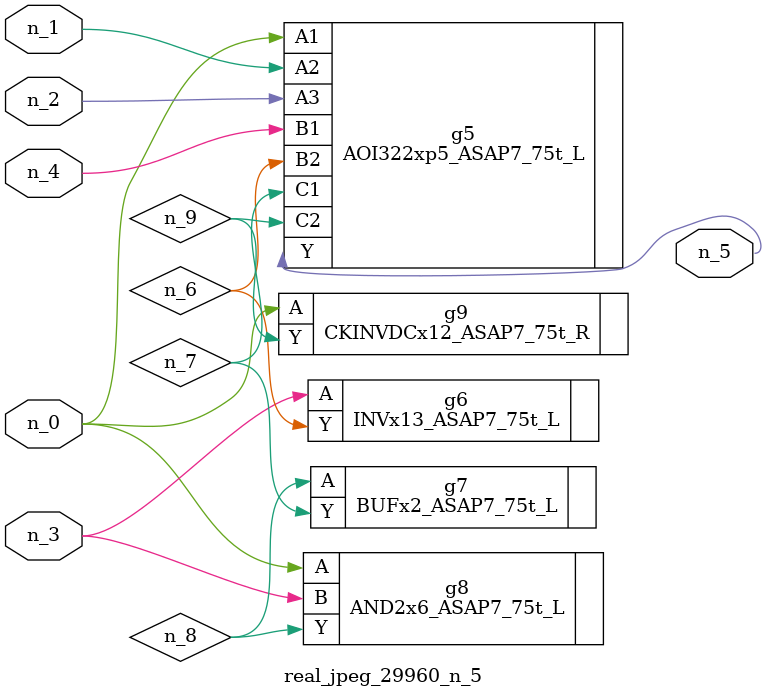
<source format=v>
module real_jpeg_29960_n_5 (n_4, n_0, n_1, n_2, n_3, n_5);

input n_4;
input n_0;
input n_1;
input n_2;
input n_3;

output n_5;

wire n_8;
wire n_6;
wire n_7;
wire n_9;

AOI322xp5_ASAP7_75t_L g5 ( 
.A1(n_0),
.A2(n_1),
.A3(n_2),
.B1(n_4),
.B2(n_6),
.C1(n_7),
.C2(n_9),
.Y(n_5)
);

AND2x6_ASAP7_75t_L g8 ( 
.A(n_0),
.B(n_3),
.Y(n_8)
);

CKINVDCx12_ASAP7_75t_R g9 ( 
.A(n_0),
.Y(n_9)
);

INVx13_ASAP7_75t_L g6 ( 
.A(n_3),
.Y(n_6)
);

BUFx2_ASAP7_75t_L g7 ( 
.A(n_8),
.Y(n_7)
);


endmodule
</source>
